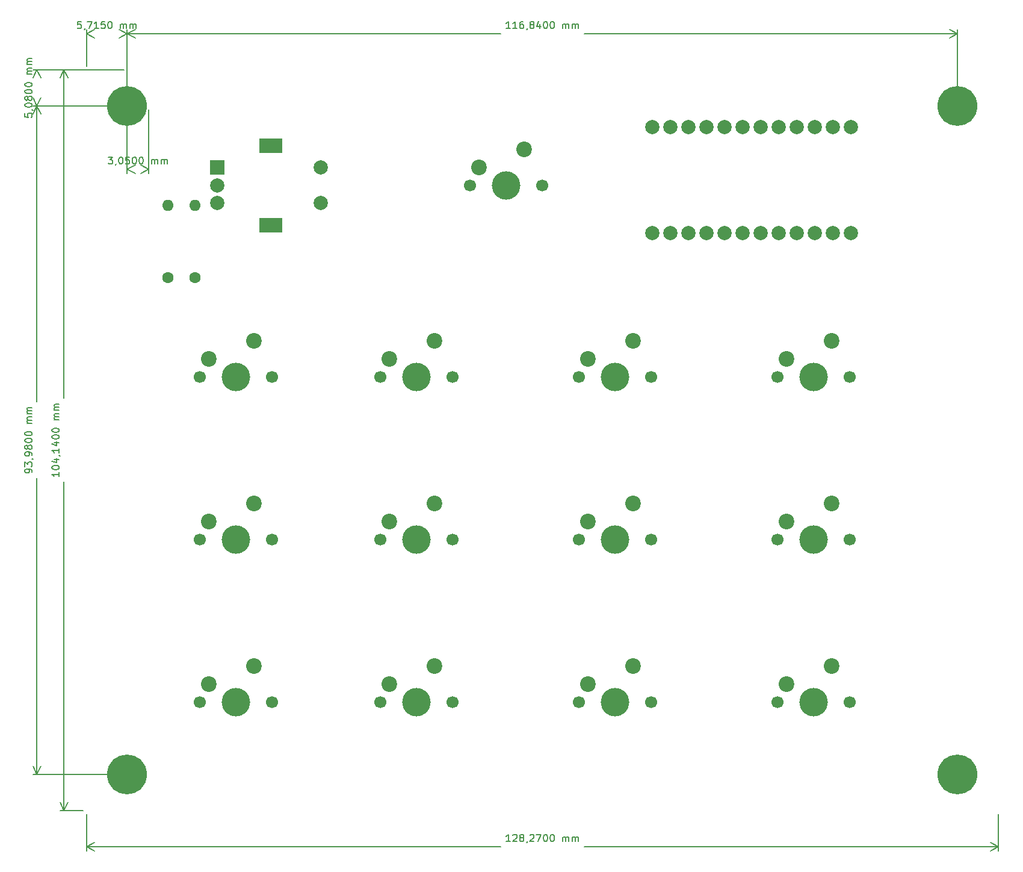
<source format=gbr>
%TF.GenerationSoftware,KiCad,Pcbnew,(6.0.0)*%
%TF.CreationDate,2022-02-22T09:03:57+01:00*%
%TF.ProjectId,hotkeyboard,686f746b-6579-4626-9f61-72642e6b6963,rev?*%
%TF.SameCoordinates,Original*%
%TF.FileFunction,Soldermask,Bot*%
%TF.FilePolarity,Negative*%
%FSLAX46Y46*%
G04 Gerber Fmt 4.6, Leading zero omitted, Abs format (unit mm)*
G04 Created by KiCad (PCBNEW (6.0.0)) date 2022-02-22 09:03:57*
%MOMM*%
%LPD*%
G01*
G04 APERTURE LIST*
%ADD10C,0.150000*%
%ADD11C,5.600000*%
%ADD12C,1.700000*%
%ADD13C,4.000000*%
%ADD14C,2.200000*%
%ADD15C,2.000000*%
%ADD16C,1.600000*%
%ADD17O,1.600000X1.600000*%
%ADD18R,2.000000X2.000000*%
%ADD19R,3.200000X2.000000*%
G04 APERTURE END LIST*
D10*
X43054523Y-35132380D02*
X43673571Y-35132380D01*
X43340238Y-35513333D01*
X43483095Y-35513333D01*
X43578333Y-35560952D01*
X43625952Y-35608571D01*
X43673571Y-35703809D01*
X43673571Y-35941904D01*
X43625952Y-36037142D01*
X43578333Y-36084761D01*
X43483095Y-36132380D01*
X43197380Y-36132380D01*
X43102142Y-36084761D01*
X43054523Y-36037142D01*
X44149761Y-36084761D02*
X44149761Y-36132380D01*
X44102142Y-36227619D01*
X44054523Y-36275238D01*
X44768809Y-35132380D02*
X44864047Y-35132380D01*
X44959285Y-35180000D01*
X45006904Y-35227619D01*
X45054523Y-35322857D01*
X45102142Y-35513333D01*
X45102142Y-35751428D01*
X45054523Y-35941904D01*
X45006904Y-36037142D01*
X44959285Y-36084761D01*
X44864047Y-36132380D01*
X44768809Y-36132380D01*
X44673571Y-36084761D01*
X44625952Y-36037142D01*
X44578333Y-35941904D01*
X44530714Y-35751428D01*
X44530714Y-35513333D01*
X44578333Y-35322857D01*
X44625952Y-35227619D01*
X44673571Y-35180000D01*
X44768809Y-35132380D01*
X46006904Y-35132380D02*
X45530714Y-35132380D01*
X45483095Y-35608571D01*
X45530714Y-35560952D01*
X45625952Y-35513333D01*
X45864047Y-35513333D01*
X45959285Y-35560952D01*
X46006904Y-35608571D01*
X46054523Y-35703809D01*
X46054523Y-35941904D01*
X46006904Y-36037142D01*
X45959285Y-36084761D01*
X45864047Y-36132380D01*
X45625952Y-36132380D01*
X45530714Y-36084761D01*
X45483095Y-36037142D01*
X46673571Y-35132380D02*
X46768809Y-35132380D01*
X46864047Y-35180000D01*
X46911666Y-35227619D01*
X46959285Y-35322857D01*
X47006904Y-35513333D01*
X47006904Y-35751428D01*
X46959285Y-35941904D01*
X46911666Y-36037142D01*
X46864047Y-36084761D01*
X46768809Y-36132380D01*
X46673571Y-36132380D01*
X46578333Y-36084761D01*
X46530714Y-36037142D01*
X46483095Y-35941904D01*
X46435476Y-35751428D01*
X46435476Y-35513333D01*
X46483095Y-35322857D01*
X46530714Y-35227619D01*
X46578333Y-35180000D01*
X46673571Y-35132380D01*
X47625952Y-35132380D02*
X47721190Y-35132380D01*
X47816428Y-35180000D01*
X47864047Y-35227619D01*
X47911666Y-35322857D01*
X47959285Y-35513333D01*
X47959285Y-35751428D01*
X47911666Y-35941904D01*
X47864047Y-36037142D01*
X47816428Y-36084761D01*
X47721190Y-36132380D01*
X47625952Y-36132380D01*
X47530714Y-36084761D01*
X47483095Y-36037142D01*
X47435476Y-35941904D01*
X47387857Y-35751428D01*
X47387857Y-35513333D01*
X47435476Y-35322857D01*
X47483095Y-35227619D01*
X47530714Y-35180000D01*
X47625952Y-35132380D01*
X49149761Y-36132380D02*
X49149761Y-35465714D01*
X49149761Y-35560952D02*
X49197380Y-35513333D01*
X49292619Y-35465714D01*
X49435476Y-35465714D01*
X49530714Y-35513333D01*
X49578333Y-35608571D01*
X49578333Y-36132380D01*
X49578333Y-35608571D02*
X49625952Y-35513333D01*
X49721190Y-35465714D01*
X49864047Y-35465714D01*
X49959285Y-35513333D01*
X50006904Y-35608571D01*
X50006904Y-36132380D01*
X50483095Y-36132380D02*
X50483095Y-35465714D01*
X50483095Y-35560952D02*
X50530714Y-35513333D01*
X50625952Y-35465714D01*
X50768809Y-35465714D01*
X50864047Y-35513333D01*
X50911666Y-35608571D01*
X50911666Y-36132380D01*
X50911666Y-35608571D02*
X50959285Y-35513333D01*
X51054523Y-35465714D01*
X51197380Y-35465714D01*
X51292619Y-35513333D01*
X51340238Y-35608571D01*
X51340238Y-36132380D01*
X45720000Y-28440000D02*
X45720000Y-37416420D01*
X48770000Y-28440000D02*
X48770000Y-37416420D01*
X45720000Y-36830000D02*
X46846504Y-37416421D01*
X45720000Y-36830000D02*
X46846504Y-36243579D01*
X48770000Y-36830000D02*
X47643496Y-36243579D01*
X48770000Y-36830000D02*
X47643496Y-37416421D01*
X32322380Y-79453809D02*
X32322380Y-79263333D01*
X32274761Y-79168095D01*
X32227142Y-79120476D01*
X32084285Y-79025238D01*
X31893809Y-78977619D01*
X31512857Y-78977619D01*
X31417619Y-79025238D01*
X31370000Y-79072857D01*
X31322380Y-79168095D01*
X31322380Y-79358571D01*
X31370000Y-79453809D01*
X31417619Y-79501428D01*
X31512857Y-79549047D01*
X31750952Y-79549047D01*
X31846190Y-79501428D01*
X31893809Y-79453809D01*
X31941428Y-79358571D01*
X31941428Y-79168095D01*
X31893809Y-79072857D01*
X31846190Y-79025238D01*
X31750952Y-78977619D01*
X31322380Y-78644285D02*
X31322380Y-78025238D01*
X31703333Y-78358571D01*
X31703333Y-78215714D01*
X31750952Y-78120476D01*
X31798571Y-78072857D01*
X31893809Y-78025238D01*
X32131904Y-78025238D01*
X32227142Y-78072857D01*
X32274761Y-78120476D01*
X32322380Y-78215714D01*
X32322380Y-78501428D01*
X32274761Y-78596666D01*
X32227142Y-78644285D01*
X32274761Y-77549047D02*
X32322380Y-77549047D01*
X32417619Y-77596666D01*
X32465238Y-77644285D01*
X32322380Y-77072857D02*
X32322380Y-76882380D01*
X32274761Y-76787142D01*
X32227142Y-76739523D01*
X32084285Y-76644285D01*
X31893809Y-76596666D01*
X31512857Y-76596666D01*
X31417619Y-76644285D01*
X31370000Y-76691904D01*
X31322380Y-76787142D01*
X31322380Y-76977619D01*
X31370000Y-77072857D01*
X31417619Y-77120476D01*
X31512857Y-77168095D01*
X31750952Y-77168095D01*
X31846190Y-77120476D01*
X31893809Y-77072857D01*
X31941428Y-76977619D01*
X31941428Y-76787142D01*
X31893809Y-76691904D01*
X31846190Y-76644285D01*
X31750952Y-76596666D01*
X31750952Y-76025238D02*
X31703333Y-76120476D01*
X31655714Y-76168095D01*
X31560476Y-76215714D01*
X31512857Y-76215714D01*
X31417619Y-76168095D01*
X31370000Y-76120476D01*
X31322380Y-76025238D01*
X31322380Y-75834761D01*
X31370000Y-75739523D01*
X31417619Y-75691904D01*
X31512857Y-75644285D01*
X31560476Y-75644285D01*
X31655714Y-75691904D01*
X31703333Y-75739523D01*
X31750952Y-75834761D01*
X31750952Y-76025238D01*
X31798571Y-76120476D01*
X31846190Y-76168095D01*
X31941428Y-76215714D01*
X32131904Y-76215714D01*
X32227142Y-76168095D01*
X32274761Y-76120476D01*
X32322380Y-76025238D01*
X32322380Y-75834761D01*
X32274761Y-75739523D01*
X32227142Y-75691904D01*
X32131904Y-75644285D01*
X31941428Y-75644285D01*
X31846190Y-75691904D01*
X31798571Y-75739523D01*
X31750952Y-75834761D01*
X31322380Y-75025238D02*
X31322380Y-74930000D01*
X31370000Y-74834761D01*
X31417619Y-74787142D01*
X31512857Y-74739523D01*
X31703333Y-74691904D01*
X31941428Y-74691904D01*
X32131904Y-74739523D01*
X32227142Y-74787142D01*
X32274761Y-74834761D01*
X32322380Y-74930000D01*
X32322380Y-75025238D01*
X32274761Y-75120476D01*
X32227142Y-75168095D01*
X32131904Y-75215714D01*
X31941428Y-75263333D01*
X31703333Y-75263333D01*
X31512857Y-75215714D01*
X31417619Y-75168095D01*
X31370000Y-75120476D01*
X31322380Y-75025238D01*
X31322380Y-74072857D02*
X31322380Y-73977619D01*
X31370000Y-73882380D01*
X31417619Y-73834761D01*
X31512857Y-73787142D01*
X31703333Y-73739523D01*
X31941428Y-73739523D01*
X32131904Y-73787142D01*
X32227142Y-73834761D01*
X32274761Y-73882380D01*
X32322380Y-73977619D01*
X32322380Y-74072857D01*
X32274761Y-74168095D01*
X32227142Y-74215714D01*
X32131904Y-74263333D01*
X31941428Y-74310952D01*
X31703333Y-74310952D01*
X31512857Y-74263333D01*
X31417619Y-74215714D01*
X31370000Y-74168095D01*
X31322380Y-74072857D01*
X32322380Y-72549047D02*
X31655714Y-72549047D01*
X31750952Y-72549047D02*
X31703333Y-72501428D01*
X31655714Y-72406190D01*
X31655714Y-72263333D01*
X31703333Y-72168095D01*
X31798571Y-72120476D01*
X32322380Y-72120476D01*
X31798571Y-72120476D02*
X31703333Y-72072857D01*
X31655714Y-71977619D01*
X31655714Y-71834761D01*
X31703333Y-71739523D01*
X31798571Y-71691904D01*
X32322380Y-71691904D01*
X32322380Y-71215714D02*
X31655714Y-71215714D01*
X31750952Y-71215714D02*
X31703333Y-71168095D01*
X31655714Y-71072857D01*
X31655714Y-70930000D01*
X31703333Y-70834761D01*
X31798571Y-70787142D01*
X32322380Y-70787142D01*
X31798571Y-70787142D02*
X31703333Y-70739523D01*
X31655714Y-70644285D01*
X31655714Y-70501428D01*
X31703333Y-70406190D01*
X31798571Y-70358571D01*
X32322380Y-70358571D01*
X45220000Y-121920000D02*
X32433580Y-121920000D01*
X45220000Y-27940000D02*
X32433580Y-27940000D01*
X33020000Y-121920000D02*
X33020000Y-80314524D01*
X33020000Y-69545476D02*
X33020000Y-27940000D01*
X33020000Y-121920000D02*
X33606421Y-120793496D01*
X33020000Y-121920000D02*
X32433579Y-120793496D01*
X33020000Y-27940000D02*
X32433579Y-29066504D01*
X33020000Y-27940000D02*
X33606421Y-29066504D01*
X31322380Y-29019047D02*
X31322380Y-29495238D01*
X31798571Y-29542857D01*
X31750952Y-29495238D01*
X31703333Y-29400000D01*
X31703333Y-29161904D01*
X31750952Y-29066666D01*
X31798571Y-29019047D01*
X31893809Y-28971428D01*
X32131904Y-28971428D01*
X32227142Y-29019047D01*
X32274761Y-29066666D01*
X32322380Y-29161904D01*
X32322380Y-29400000D01*
X32274761Y-29495238D01*
X32227142Y-29542857D01*
X32274761Y-28495238D02*
X32322380Y-28495238D01*
X32417619Y-28542857D01*
X32465238Y-28590476D01*
X31322380Y-27876190D02*
X31322380Y-27780952D01*
X31370000Y-27685714D01*
X31417619Y-27638095D01*
X31512857Y-27590476D01*
X31703333Y-27542857D01*
X31941428Y-27542857D01*
X32131904Y-27590476D01*
X32227142Y-27638095D01*
X32274761Y-27685714D01*
X32322380Y-27780952D01*
X32322380Y-27876190D01*
X32274761Y-27971428D01*
X32227142Y-28019047D01*
X32131904Y-28066666D01*
X31941428Y-28114285D01*
X31703333Y-28114285D01*
X31512857Y-28066666D01*
X31417619Y-28019047D01*
X31370000Y-27971428D01*
X31322380Y-27876190D01*
X31750952Y-26971428D02*
X31703333Y-27066666D01*
X31655714Y-27114285D01*
X31560476Y-27161904D01*
X31512857Y-27161904D01*
X31417619Y-27114285D01*
X31370000Y-27066666D01*
X31322380Y-26971428D01*
X31322380Y-26780952D01*
X31370000Y-26685714D01*
X31417619Y-26638095D01*
X31512857Y-26590476D01*
X31560476Y-26590476D01*
X31655714Y-26638095D01*
X31703333Y-26685714D01*
X31750952Y-26780952D01*
X31750952Y-26971428D01*
X31798571Y-27066666D01*
X31846190Y-27114285D01*
X31941428Y-27161904D01*
X32131904Y-27161904D01*
X32227142Y-27114285D01*
X32274761Y-27066666D01*
X32322380Y-26971428D01*
X32322380Y-26780952D01*
X32274761Y-26685714D01*
X32227142Y-26638095D01*
X32131904Y-26590476D01*
X31941428Y-26590476D01*
X31846190Y-26638095D01*
X31798571Y-26685714D01*
X31750952Y-26780952D01*
X31322380Y-25971428D02*
X31322380Y-25876190D01*
X31370000Y-25780952D01*
X31417619Y-25733333D01*
X31512857Y-25685714D01*
X31703333Y-25638095D01*
X31941428Y-25638095D01*
X32131904Y-25685714D01*
X32227142Y-25733333D01*
X32274761Y-25780952D01*
X32322380Y-25876190D01*
X32322380Y-25971428D01*
X32274761Y-26066666D01*
X32227142Y-26114285D01*
X32131904Y-26161904D01*
X31941428Y-26209523D01*
X31703333Y-26209523D01*
X31512857Y-26161904D01*
X31417619Y-26114285D01*
X31370000Y-26066666D01*
X31322380Y-25971428D01*
X31322380Y-25019047D02*
X31322380Y-24923809D01*
X31370000Y-24828571D01*
X31417619Y-24780952D01*
X31512857Y-24733333D01*
X31703333Y-24685714D01*
X31941428Y-24685714D01*
X32131904Y-24733333D01*
X32227142Y-24780952D01*
X32274761Y-24828571D01*
X32322380Y-24923809D01*
X32322380Y-25019047D01*
X32274761Y-25114285D01*
X32227142Y-25161904D01*
X32131904Y-25209523D01*
X31941428Y-25257142D01*
X31703333Y-25257142D01*
X31512857Y-25209523D01*
X31417619Y-25161904D01*
X31370000Y-25114285D01*
X31322380Y-25019047D01*
X32322380Y-23495238D02*
X31655714Y-23495238D01*
X31750952Y-23495238D02*
X31703333Y-23447619D01*
X31655714Y-23352380D01*
X31655714Y-23209523D01*
X31703333Y-23114285D01*
X31798571Y-23066666D01*
X32322380Y-23066666D01*
X31798571Y-23066666D02*
X31703333Y-23019047D01*
X31655714Y-22923809D01*
X31655714Y-22780952D01*
X31703333Y-22685714D01*
X31798571Y-22638095D01*
X32322380Y-22638095D01*
X32322380Y-22161904D02*
X31655714Y-22161904D01*
X31750952Y-22161904D02*
X31703333Y-22114285D01*
X31655714Y-22019047D01*
X31655714Y-21876190D01*
X31703333Y-21780952D01*
X31798571Y-21733333D01*
X32322380Y-21733333D01*
X31798571Y-21733333D02*
X31703333Y-21685714D01*
X31655714Y-21590476D01*
X31655714Y-21447619D01*
X31703333Y-21352380D01*
X31798571Y-21304761D01*
X32322380Y-21304761D01*
X45220000Y-27940000D02*
X32433580Y-27940000D01*
X45220000Y-22860000D02*
X32433580Y-22860000D01*
X33020000Y-27940000D02*
X33606421Y-26813496D01*
X33020000Y-27940000D02*
X32433579Y-26813496D01*
X33020000Y-22860000D02*
X32433579Y-23986504D01*
X33020000Y-22860000D02*
X33606421Y-23986504D01*
X39243452Y-16082380D02*
X38767261Y-16082380D01*
X38719642Y-16558571D01*
X38767261Y-16510952D01*
X38862500Y-16463333D01*
X39100595Y-16463333D01*
X39195833Y-16510952D01*
X39243452Y-16558571D01*
X39291071Y-16653809D01*
X39291071Y-16891904D01*
X39243452Y-16987142D01*
X39195833Y-17034761D01*
X39100595Y-17082380D01*
X38862500Y-17082380D01*
X38767261Y-17034761D01*
X38719642Y-16987142D01*
X39767261Y-17034761D02*
X39767261Y-17082380D01*
X39719642Y-17177619D01*
X39672023Y-17225238D01*
X40100595Y-16082380D02*
X40767261Y-16082380D01*
X40338690Y-17082380D01*
X41672023Y-17082380D02*
X41100595Y-17082380D01*
X41386309Y-17082380D02*
X41386309Y-16082380D01*
X41291071Y-16225238D01*
X41195833Y-16320476D01*
X41100595Y-16368095D01*
X42576785Y-16082380D02*
X42100595Y-16082380D01*
X42052976Y-16558571D01*
X42100595Y-16510952D01*
X42195833Y-16463333D01*
X42433928Y-16463333D01*
X42529166Y-16510952D01*
X42576785Y-16558571D01*
X42624404Y-16653809D01*
X42624404Y-16891904D01*
X42576785Y-16987142D01*
X42529166Y-17034761D01*
X42433928Y-17082380D01*
X42195833Y-17082380D01*
X42100595Y-17034761D01*
X42052976Y-16987142D01*
X43243452Y-16082380D02*
X43338690Y-16082380D01*
X43433928Y-16130000D01*
X43481547Y-16177619D01*
X43529166Y-16272857D01*
X43576785Y-16463333D01*
X43576785Y-16701428D01*
X43529166Y-16891904D01*
X43481547Y-16987142D01*
X43433928Y-17034761D01*
X43338690Y-17082380D01*
X43243452Y-17082380D01*
X43148214Y-17034761D01*
X43100595Y-16987142D01*
X43052976Y-16891904D01*
X43005357Y-16701428D01*
X43005357Y-16463333D01*
X43052976Y-16272857D01*
X43100595Y-16177619D01*
X43148214Y-16130000D01*
X43243452Y-16082380D01*
X44767261Y-17082380D02*
X44767261Y-16415714D01*
X44767261Y-16510952D02*
X44814880Y-16463333D01*
X44910119Y-16415714D01*
X45052976Y-16415714D01*
X45148214Y-16463333D01*
X45195833Y-16558571D01*
X45195833Y-17082380D01*
X45195833Y-16558571D02*
X45243452Y-16463333D01*
X45338690Y-16415714D01*
X45481547Y-16415714D01*
X45576785Y-16463333D01*
X45624404Y-16558571D01*
X45624404Y-17082380D01*
X46100595Y-17082380D02*
X46100595Y-16415714D01*
X46100595Y-16510952D02*
X46148214Y-16463333D01*
X46243452Y-16415714D01*
X46386309Y-16415714D01*
X46481547Y-16463333D01*
X46529166Y-16558571D01*
X46529166Y-17082380D01*
X46529166Y-16558571D02*
X46576785Y-16463333D01*
X46672023Y-16415714D01*
X46814880Y-16415714D01*
X46910119Y-16463333D01*
X46957738Y-16558571D01*
X46957738Y-17082380D01*
X45720000Y-22360000D02*
X45720000Y-17193580D01*
X40005000Y-22360000D02*
X40005000Y-17193580D01*
X45720000Y-17780000D02*
X44593496Y-17193579D01*
X45720000Y-17780000D02*
X44593496Y-18366421D01*
X40005000Y-17780000D02*
X41131504Y-18366421D01*
X40005000Y-17780000D02*
X41131504Y-17193579D01*
X99616190Y-17082380D02*
X99044761Y-17082380D01*
X99330476Y-17082380D02*
X99330476Y-16082380D01*
X99235238Y-16225238D01*
X99140000Y-16320476D01*
X99044761Y-16368095D01*
X100568571Y-17082380D02*
X99997142Y-17082380D01*
X100282857Y-17082380D02*
X100282857Y-16082380D01*
X100187619Y-16225238D01*
X100092380Y-16320476D01*
X99997142Y-16368095D01*
X101425714Y-16082380D02*
X101235238Y-16082380D01*
X101140000Y-16130000D01*
X101092380Y-16177619D01*
X100997142Y-16320476D01*
X100949523Y-16510952D01*
X100949523Y-16891904D01*
X100997142Y-16987142D01*
X101044761Y-17034761D01*
X101140000Y-17082380D01*
X101330476Y-17082380D01*
X101425714Y-17034761D01*
X101473333Y-16987142D01*
X101520952Y-16891904D01*
X101520952Y-16653809D01*
X101473333Y-16558571D01*
X101425714Y-16510952D01*
X101330476Y-16463333D01*
X101140000Y-16463333D01*
X101044761Y-16510952D01*
X100997142Y-16558571D01*
X100949523Y-16653809D01*
X101997142Y-17034761D02*
X101997142Y-17082380D01*
X101949523Y-17177619D01*
X101901904Y-17225238D01*
X102568571Y-16510952D02*
X102473333Y-16463333D01*
X102425714Y-16415714D01*
X102378095Y-16320476D01*
X102378095Y-16272857D01*
X102425714Y-16177619D01*
X102473333Y-16130000D01*
X102568571Y-16082380D01*
X102759047Y-16082380D01*
X102854285Y-16130000D01*
X102901904Y-16177619D01*
X102949523Y-16272857D01*
X102949523Y-16320476D01*
X102901904Y-16415714D01*
X102854285Y-16463333D01*
X102759047Y-16510952D01*
X102568571Y-16510952D01*
X102473333Y-16558571D01*
X102425714Y-16606190D01*
X102378095Y-16701428D01*
X102378095Y-16891904D01*
X102425714Y-16987142D01*
X102473333Y-17034761D01*
X102568571Y-17082380D01*
X102759047Y-17082380D01*
X102854285Y-17034761D01*
X102901904Y-16987142D01*
X102949523Y-16891904D01*
X102949523Y-16701428D01*
X102901904Y-16606190D01*
X102854285Y-16558571D01*
X102759047Y-16510952D01*
X103806666Y-16415714D02*
X103806666Y-17082380D01*
X103568571Y-16034761D02*
X103330476Y-16749047D01*
X103949523Y-16749047D01*
X104520952Y-16082380D02*
X104616190Y-16082380D01*
X104711428Y-16130000D01*
X104759047Y-16177619D01*
X104806666Y-16272857D01*
X104854285Y-16463333D01*
X104854285Y-16701428D01*
X104806666Y-16891904D01*
X104759047Y-16987142D01*
X104711428Y-17034761D01*
X104616190Y-17082380D01*
X104520952Y-17082380D01*
X104425714Y-17034761D01*
X104378095Y-16987142D01*
X104330476Y-16891904D01*
X104282857Y-16701428D01*
X104282857Y-16463333D01*
X104330476Y-16272857D01*
X104378095Y-16177619D01*
X104425714Y-16130000D01*
X104520952Y-16082380D01*
X105473333Y-16082380D02*
X105568571Y-16082380D01*
X105663809Y-16130000D01*
X105711428Y-16177619D01*
X105759047Y-16272857D01*
X105806666Y-16463333D01*
X105806666Y-16701428D01*
X105759047Y-16891904D01*
X105711428Y-16987142D01*
X105663809Y-17034761D01*
X105568571Y-17082380D01*
X105473333Y-17082380D01*
X105378095Y-17034761D01*
X105330476Y-16987142D01*
X105282857Y-16891904D01*
X105235238Y-16701428D01*
X105235238Y-16463333D01*
X105282857Y-16272857D01*
X105330476Y-16177619D01*
X105378095Y-16130000D01*
X105473333Y-16082380D01*
X106997142Y-17082380D02*
X106997142Y-16415714D01*
X106997142Y-16510952D02*
X107044761Y-16463333D01*
X107140000Y-16415714D01*
X107282857Y-16415714D01*
X107378095Y-16463333D01*
X107425714Y-16558571D01*
X107425714Y-17082380D01*
X107425714Y-16558571D02*
X107473333Y-16463333D01*
X107568571Y-16415714D01*
X107711428Y-16415714D01*
X107806666Y-16463333D01*
X107854285Y-16558571D01*
X107854285Y-17082380D01*
X108330476Y-17082380D02*
X108330476Y-16415714D01*
X108330476Y-16510952D02*
X108378095Y-16463333D01*
X108473333Y-16415714D01*
X108616190Y-16415714D01*
X108711428Y-16463333D01*
X108759047Y-16558571D01*
X108759047Y-17082380D01*
X108759047Y-16558571D02*
X108806666Y-16463333D01*
X108901904Y-16415714D01*
X109044761Y-16415714D01*
X109140000Y-16463333D01*
X109187619Y-16558571D01*
X109187619Y-17082380D01*
X45720000Y-27440000D02*
X45720000Y-17193580D01*
X162560000Y-27440000D02*
X162560000Y-17193580D01*
X45720000Y-17780000D02*
X98279286Y-17780000D01*
X110000715Y-17780000D02*
X162560000Y-17780000D01*
X45720000Y-17780000D02*
X46846504Y-18366421D01*
X45720000Y-17780000D02*
X46846504Y-17193579D01*
X162560000Y-17780000D02*
X161433496Y-17193579D01*
X162560000Y-17780000D02*
X161433496Y-18366421D01*
X99616190Y-131382379D02*
X99044761Y-131382379D01*
X99330476Y-131382379D02*
X99330476Y-130382379D01*
X99235238Y-130525237D01*
X99140000Y-130620475D01*
X99044761Y-130668094D01*
X99997142Y-130477618D02*
X100044761Y-130429999D01*
X100140000Y-130382379D01*
X100378095Y-130382379D01*
X100473333Y-130429999D01*
X100520952Y-130477618D01*
X100568571Y-130572856D01*
X100568571Y-130668094D01*
X100520952Y-130810951D01*
X99949523Y-131382379D01*
X100568571Y-131382379D01*
X101140000Y-130810951D02*
X101044761Y-130763332D01*
X100997142Y-130715713D01*
X100949523Y-130620475D01*
X100949523Y-130572856D01*
X100997142Y-130477618D01*
X101044761Y-130429999D01*
X101140000Y-130382379D01*
X101330476Y-130382379D01*
X101425714Y-130429999D01*
X101473333Y-130477618D01*
X101520952Y-130572856D01*
X101520952Y-130620475D01*
X101473333Y-130715713D01*
X101425714Y-130763332D01*
X101330476Y-130810951D01*
X101140000Y-130810951D01*
X101044761Y-130858570D01*
X100997142Y-130906189D01*
X100949523Y-131001427D01*
X100949523Y-131191903D01*
X100997142Y-131287141D01*
X101044761Y-131334760D01*
X101140000Y-131382379D01*
X101330476Y-131382379D01*
X101425714Y-131334760D01*
X101473333Y-131287141D01*
X101520952Y-131191903D01*
X101520952Y-131001427D01*
X101473333Y-130906189D01*
X101425714Y-130858570D01*
X101330476Y-130810951D01*
X101997142Y-131334760D02*
X101997142Y-131382379D01*
X101949523Y-131477618D01*
X101901904Y-131525237D01*
X102378095Y-130477618D02*
X102425714Y-130429999D01*
X102520952Y-130382379D01*
X102759047Y-130382379D01*
X102854285Y-130429999D01*
X102901904Y-130477618D01*
X102949523Y-130572856D01*
X102949523Y-130668094D01*
X102901904Y-130810951D01*
X102330476Y-131382379D01*
X102949523Y-131382379D01*
X103282857Y-130382379D02*
X103949523Y-130382379D01*
X103520952Y-131382379D01*
X104520952Y-130382379D02*
X104616190Y-130382379D01*
X104711428Y-130429999D01*
X104759047Y-130477618D01*
X104806666Y-130572856D01*
X104854285Y-130763332D01*
X104854285Y-131001427D01*
X104806666Y-131191903D01*
X104759047Y-131287141D01*
X104711428Y-131334760D01*
X104616190Y-131382379D01*
X104520952Y-131382379D01*
X104425714Y-131334760D01*
X104378095Y-131287141D01*
X104330476Y-131191903D01*
X104282857Y-131001427D01*
X104282857Y-130763332D01*
X104330476Y-130572856D01*
X104378095Y-130477618D01*
X104425714Y-130429999D01*
X104520952Y-130382379D01*
X105473333Y-130382379D02*
X105568571Y-130382379D01*
X105663809Y-130429999D01*
X105711428Y-130477618D01*
X105759047Y-130572856D01*
X105806666Y-130763332D01*
X105806666Y-131001427D01*
X105759047Y-131191903D01*
X105711428Y-131287141D01*
X105663809Y-131334760D01*
X105568571Y-131382379D01*
X105473333Y-131382379D01*
X105378095Y-131334760D01*
X105330476Y-131287141D01*
X105282857Y-131191903D01*
X105235238Y-131001427D01*
X105235238Y-130763332D01*
X105282857Y-130572856D01*
X105330476Y-130477618D01*
X105378095Y-130429999D01*
X105473333Y-130382379D01*
X106997142Y-131382379D02*
X106997142Y-130715713D01*
X106997142Y-130810951D02*
X107044761Y-130763332D01*
X107140000Y-130715713D01*
X107282857Y-130715713D01*
X107378095Y-130763332D01*
X107425714Y-130858570D01*
X107425714Y-131382379D01*
X107425714Y-130858570D02*
X107473333Y-130763332D01*
X107568571Y-130715713D01*
X107711428Y-130715713D01*
X107806666Y-130763332D01*
X107854285Y-130858570D01*
X107854285Y-131382379D01*
X108330476Y-131382379D02*
X108330476Y-130715713D01*
X108330476Y-130810951D02*
X108378095Y-130763332D01*
X108473333Y-130715713D01*
X108616190Y-130715713D01*
X108711428Y-130763332D01*
X108759047Y-130858570D01*
X108759047Y-131382379D01*
X108759047Y-130858570D02*
X108806666Y-130763332D01*
X108901904Y-130715713D01*
X109044761Y-130715713D01*
X109140000Y-130763332D01*
X109187619Y-130858570D01*
X109187619Y-131382379D01*
X40005000Y-127500000D02*
X40005000Y-132666419D01*
X168275000Y-127500000D02*
X168275000Y-132666419D01*
X40005000Y-132079999D02*
X98279286Y-132079999D01*
X110000715Y-132079999D02*
X168275000Y-132079999D01*
X40005000Y-132079999D02*
X41131504Y-132666420D01*
X40005000Y-132079999D02*
X41131504Y-131493578D01*
X168275000Y-132079999D02*
X167148496Y-131493578D01*
X168275000Y-132079999D02*
X167148496Y-132666420D01*
X36132381Y-79453809D02*
X36132381Y-80025238D01*
X36132381Y-79739523D02*
X35132381Y-79739523D01*
X35275239Y-79834761D01*
X35370477Y-79930000D01*
X35418096Y-80025238D01*
X35132381Y-78834761D02*
X35132381Y-78739523D01*
X35180001Y-78644285D01*
X35227620Y-78596666D01*
X35322858Y-78549047D01*
X35513334Y-78501428D01*
X35751429Y-78501428D01*
X35941905Y-78549047D01*
X36037143Y-78596666D01*
X36084762Y-78644285D01*
X36132381Y-78739523D01*
X36132381Y-78834761D01*
X36084762Y-78930000D01*
X36037143Y-78977619D01*
X35941905Y-79025238D01*
X35751429Y-79072857D01*
X35513334Y-79072857D01*
X35322858Y-79025238D01*
X35227620Y-78977619D01*
X35180001Y-78930000D01*
X35132381Y-78834761D01*
X35465715Y-77644285D02*
X36132381Y-77644285D01*
X35084762Y-77882380D02*
X35799048Y-78120476D01*
X35799048Y-77501428D01*
X36084762Y-77072857D02*
X36132381Y-77072857D01*
X36227620Y-77120476D01*
X36275239Y-77168095D01*
X36132381Y-76120476D02*
X36132381Y-76691904D01*
X36132381Y-76406190D02*
X35132381Y-76406190D01*
X35275239Y-76501428D01*
X35370477Y-76596666D01*
X35418096Y-76691904D01*
X35465715Y-75263333D02*
X36132381Y-75263333D01*
X35084762Y-75501428D02*
X35799048Y-75739523D01*
X35799048Y-75120476D01*
X35132381Y-74549047D02*
X35132381Y-74453809D01*
X35180001Y-74358571D01*
X35227620Y-74310952D01*
X35322858Y-74263333D01*
X35513334Y-74215714D01*
X35751429Y-74215714D01*
X35941905Y-74263333D01*
X36037143Y-74310952D01*
X36084762Y-74358571D01*
X36132381Y-74453809D01*
X36132381Y-74549047D01*
X36084762Y-74644285D01*
X36037143Y-74691904D01*
X35941905Y-74739523D01*
X35751429Y-74787142D01*
X35513334Y-74787142D01*
X35322858Y-74739523D01*
X35227620Y-74691904D01*
X35180001Y-74644285D01*
X35132381Y-74549047D01*
X35132381Y-73596666D02*
X35132381Y-73501428D01*
X35180001Y-73406190D01*
X35227620Y-73358571D01*
X35322858Y-73310952D01*
X35513334Y-73263333D01*
X35751429Y-73263333D01*
X35941905Y-73310952D01*
X36037143Y-73358571D01*
X36084762Y-73406190D01*
X36132381Y-73501428D01*
X36132381Y-73596666D01*
X36084762Y-73691904D01*
X36037143Y-73739523D01*
X35941905Y-73787142D01*
X35751429Y-73834761D01*
X35513334Y-73834761D01*
X35322858Y-73787142D01*
X35227620Y-73739523D01*
X35180001Y-73691904D01*
X35132381Y-73596666D01*
X36132381Y-72072857D02*
X35465715Y-72072857D01*
X35560953Y-72072857D02*
X35513334Y-72025238D01*
X35465715Y-71930000D01*
X35465715Y-71787142D01*
X35513334Y-71691904D01*
X35608572Y-71644285D01*
X36132381Y-71644285D01*
X35608572Y-71644285D02*
X35513334Y-71596666D01*
X35465715Y-71501428D01*
X35465715Y-71358571D01*
X35513334Y-71263333D01*
X35608572Y-71215714D01*
X36132381Y-71215714D01*
X36132381Y-70739523D02*
X35465715Y-70739523D01*
X35560953Y-70739523D02*
X35513334Y-70691904D01*
X35465715Y-70596666D01*
X35465715Y-70453809D01*
X35513334Y-70358571D01*
X35608572Y-70310952D01*
X36132381Y-70310952D01*
X35608572Y-70310952D02*
X35513334Y-70263333D01*
X35465715Y-70168095D01*
X35465715Y-70025238D01*
X35513334Y-69930000D01*
X35608572Y-69882380D01*
X36132381Y-69882380D01*
X39505000Y-22860000D02*
X36243581Y-22860000D01*
X39505000Y-127000000D02*
X36243581Y-127000000D01*
X36830001Y-22860000D02*
X36830001Y-69069285D01*
X36830001Y-80790714D02*
X36830001Y-127000000D01*
X36830001Y-22860000D02*
X36243580Y-23986504D01*
X36830001Y-22860000D02*
X37416422Y-23986504D01*
X36830001Y-127000000D02*
X37416422Y-125873496D01*
X36830001Y-127000000D02*
X36243580Y-125873496D01*
D11*
%TO.C,REF\u002A\u002A*%
X162560000Y-27940000D03*
%TD*%
%TO.C,*%
X162560000Y-27940000D03*
%TD*%
D12*
%TO.C,*%
X55970000Y-111760000D03*
D13*
X61050000Y-111760000D03*
D12*
X66130000Y-111760000D03*
D14*
X63590000Y-106680000D03*
X57240000Y-109220000D03*
%TD*%
D12*
%TO.C,*%
X119470000Y-66040000D03*
D13*
X114390000Y-66040000D03*
D12*
X109310000Y-66040000D03*
D14*
X116930000Y-60960000D03*
X110580000Y-63500000D03*
%TD*%
D11*
%TO.C,*%
X162560000Y-27940000D03*
%TD*%
D15*
%TO.C,U1*%
X147515000Y-30945000D03*
X144975000Y-30945000D03*
X137355000Y-30945000D03*
X134815000Y-30945000D03*
X132275000Y-30945000D03*
X129735000Y-30945000D03*
X127195000Y-30945000D03*
X124655000Y-30945000D03*
X122115000Y-30945000D03*
X119575000Y-30945000D03*
X119575000Y-45795000D03*
X124655000Y-45795000D03*
X127195000Y-45795000D03*
X122115000Y-45795000D03*
X129735000Y-45795000D03*
X132275000Y-45795000D03*
X134815000Y-45795000D03*
X137355000Y-45795000D03*
X144975000Y-45795000D03*
X139895000Y-30945000D03*
X142435000Y-30945000D03*
X147515000Y-45795000D03*
X142435000Y-45795000D03*
X139895000Y-45795000D03*
%TD*%
D13*
%TO.C,*%
X61050000Y-88900000D03*
D12*
X66130000Y-88900000D03*
X55970000Y-88900000D03*
D14*
X63590000Y-83820000D03*
X57240000Y-86360000D03*
%TD*%
D12*
%TO.C,SW2*%
X93980000Y-39135000D03*
D13*
X99060000Y-39135000D03*
D12*
X104140000Y-39135000D03*
D14*
X101600000Y-34055000D03*
X95250000Y-36595000D03*
%TD*%
D12*
%TO.C,*%
X137250000Y-88900000D03*
X147410000Y-88900000D03*
D13*
X142330000Y-88900000D03*
D14*
X144870000Y-83820000D03*
X138520000Y-86360000D03*
%TD*%
D11*
%TO.C,REF\u002A\u002A*%
X45720000Y-27940000D03*
%TD*%
D13*
%TO.C,*%
X61050000Y-66040000D03*
D12*
X55970000Y-66040000D03*
X66130000Y-66040000D03*
D14*
X63590000Y-60960000D03*
X57240000Y-63500000D03*
%TD*%
D16*
%TO.C,R1*%
X55245000Y-52070000D03*
D17*
X55245000Y-41910000D03*
%TD*%
D16*
%TO.C,R2*%
X51435000Y-52070000D03*
D17*
X51435000Y-41910000D03*
%TD*%
D12*
%TO.C,*%
X119470000Y-88900000D03*
D13*
X114390000Y-88900000D03*
D12*
X109310000Y-88900000D03*
D14*
X116930000Y-83820000D03*
X110580000Y-86360000D03*
%TD*%
D13*
%TO.C,*%
X86450000Y-66040000D03*
D12*
X81370000Y-66040000D03*
X91530000Y-66040000D03*
D14*
X88990000Y-60960000D03*
X82640000Y-63500000D03*
%TD*%
D13*
%TO.C,*%
X86450000Y-111760000D03*
D12*
X91530000Y-111760000D03*
X81370000Y-111760000D03*
D14*
X88990000Y-106680000D03*
X82640000Y-109220000D03*
%TD*%
D13*
%TO.C,*%
X142330000Y-111760000D03*
D12*
X137250000Y-111760000D03*
X147410000Y-111760000D03*
D14*
X144870000Y-106680000D03*
X138520000Y-109220000D03*
%TD*%
D18*
%TO.C,SW1*%
X58420000Y-36635000D03*
D15*
X58420000Y-41635000D03*
X58420000Y-39135000D03*
D19*
X65920000Y-44735000D03*
X65920000Y-33535000D03*
D15*
X72920000Y-41635000D03*
X72920000Y-36635000D03*
%TD*%
D11*
%TO.C,REF\u002A\u002A*%
X45720000Y-121920000D03*
%TD*%
D13*
%TO.C,*%
X142330000Y-66040000D03*
D12*
X147410000Y-66040000D03*
X137250000Y-66040000D03*
D14*
X144870000Y-60960000D03*
X138520000Y-63500000D03*
%TD*%
D13*
%TO.C,*%
X114390000Y-111760000D03*
D12*
X109310000Y-111760000D03*
X119470000Y-111760000D03*
D14*
X116930000Y-106680000D03*
X110580000Y-109220000D03*
%TD*%
D12*
%TO.C,*%
X91530000Y-88900000D03*
D13*
X86450000Y-88900000D03*
D12*
X81370000Y-88900000D03*
D14*
X88990000Y-83820000D03*
X82640000Y-86360000D03*
%TD*%
D11*
%TO.C,REF\u002A\u002A*%
X162560000Y-121920000D03*
%TD*%
M02*

</source>
